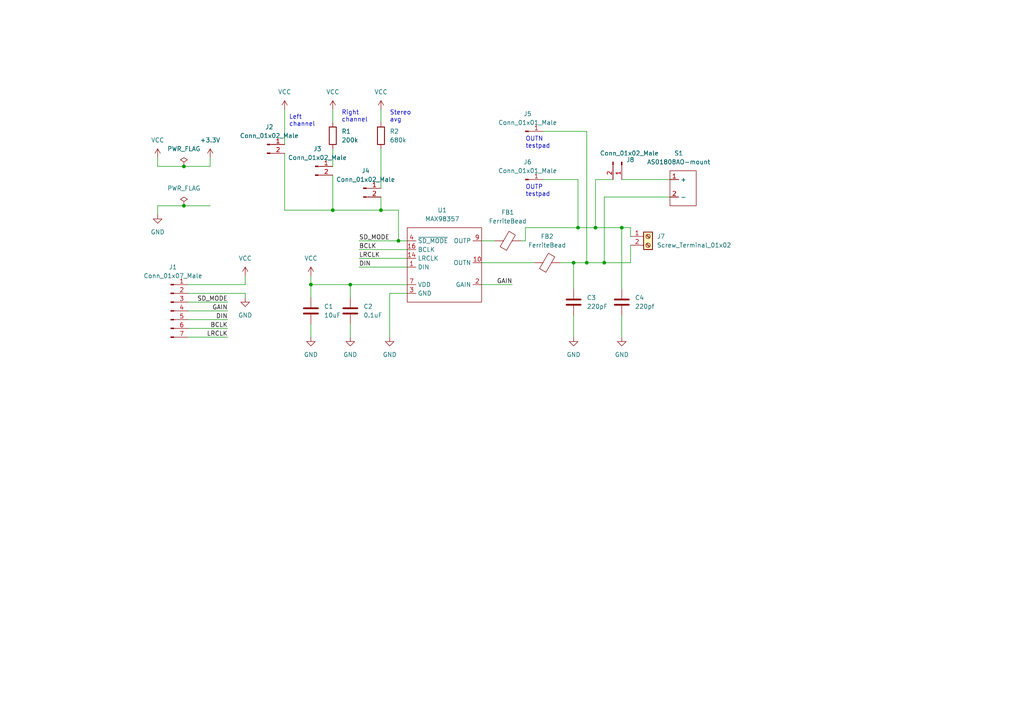
<source format=kicad_sch>
(kicad_sch (version 20230121) (generator eeschema)
  (paper "A4")
  (lib_symbols
    (symbol "Connector:Conn_01x01_Male" (pin_names (offset 1.016) hide)
      (property "Reference" "J" (at 0 2.54 0))
      (property "Value" "Conn_01x01_Male" (at 0 -2.54 0))
      (symbol "Conn_01x01_Male_1_1"
        (polyline (pts (xy 1.27 0) (xy 0.8636 0)) (stroke (width 0.1524)))
        (rectangle (start 0.8636 0.127) (end 0 -0.127) (stroke (width 0.1524)) (fill (type outline)))
        (pin passive line (at 5.08 0 180) (length 3.81) (name "Pin_1") (number "1"))
      )
    )
    (symbol "Connector:Conn_01x02_Male" (pin_names (offset 1.016) hide)
      (property "Reference" "J" (at 0 2.54 0))
      (property "Value" "Conn_01x02_Male" (at 0 -5.08 0))
      (symbol "Conn_01x02_Male_1_1"
        (polyline (pts (xy 1.27 -2.54) (xy 0.8636 -2.54)) (stroke (width 0.1524)))
        (polyline (pts (xy 1.27 0) (xy 0.8636 0)) (stroke (width 0.1524)))
        (rectangle (start 0.8636 -2.413) (end 0 -2.667) (stroke (width 0.1524)) (fill (type outline)))
        (rectangle (start 0.8636 0.127) (end 0 -0.127) (stroke (width 0.1524)) (fill (type outline)))
        (pin passive line (at 5.08 0 180) (length 3.81) (name "Pin_1") (number "1"))
        (pin passive line (at 5.08 -2.54 180) (length 3.81) (name "Pin_2") (number "2"))
      )
    )
    (symbol "Connector:Conn_01x07_Male" (pin_names (offset 1.016) hide)
      (property "Reference" "J" (at 0 10.16 0))
      (property "Value" "Conn_01x07_Male" (at 0 -10.16 0))
      (symbol "Conn_01x07_Male_1_1"
        (polyline (pts (xy 1.27 -7.62) (xy 0.8636 -7.62)) (stroke (width 0.1524)))
        (polyline (pts (xy 1.27 -5.08) (xy 0.8636 -5.08)) (stroke (width 0.1524)))
        (polyline (pts (xy 1.27 -2.54) (xy 0.8636 -2.54)) (stroke (width 0.1524)))
        (polyline (pts (xy 1.27 0) (xy 0.8636 0)) (stroke (width 0.1524)))
        (polyline (pts (xy 1.27 2.54) (xy 0.8636 2.54)) (stroke (width 0.1524)))
        (polyline (pts (xy 1.27 5.08) (xy 0.8636 5.08)) (stroke (width 0.1524)))
        (polyline (pts (xy 1.27 7.62) (xy 0.8636 7.62)) (stroke (width 0.1524)))
        (rectangle (start 0.8636 -7.493) (end 0 -7.747) (stroke (width 0.1524)) (fill (type outline)))
        (rectangle (start 0.8636 -4.953) (end 0 -5.207) (stroke (width 0.1524)) (fill (type outline)))
        (rectangle (start 0.8636 -2.413) (end 0 -2.667) (stroke (width 0.1524)) (fill (type outline)))
        (rectangle (start 0.8636 0.127) (end 0 -0.127) (stroke (width 0.1524)) (fill (type outline)))
        (rectangle (start 0.8636 2.667) (end 0 2.413) (stroke (width 0.1524)) (fill (type outline)))
        (rectangle (start 0.8636 5.207) (end 0 4.953) (stroke (width 0.1524)) (fill (type outline)))
        (rectangle (start 0.8636 7.747) (end 0 7.493) (stroke (width 0.1524)) (fill (type outline)))
        (pin passive line (at 5.08 7.62 180) (length 3.81) (name "Pin_1") (number "1"))
        (pin passive line (at 5.08 5.08 180) (length 3.81) (name "Pin_2") (number "2"))
        (pin passive line (at 5.08 2.54 180) (length 3.81) (name "Pin_3") (number "3"))
        (pin passive line (at 5.08 0 180) (length 3.81) (name "Pin_4") (number "4"))
        (pin passive line (at 5.08 -2.54 180) (length 3.81) (name "Pin_5") (number "5"))
        (pin passive line (at 5.08 -5.08 180) (length 3.81) (name "Pin_6") (number "6"))
        (pin passive line (at 5.08 -7.62 180) (length 3.81) (name "Pin_7") (number "7"))
      )
    )
    (symbol "Connector:Screw_Terminal_01x02" (pin_names (offset 1.016) hide)
      (property "Reference" "J" (at 0 2.54 0))
      (property "Value" "Screw_Terminal_01x02" (at 0 -5.08 0))
      (symbol "Screw_Terminal_01x02_1_1"
        (rectangle (start -1.27 1.27) (end 1.27 -3.81) (stroke (width 0.254)) (fill (type background)))
        (circle (center 0 -2.54) (radius 0.635) (stroke (width 0.1524)))
        (polyline (pts (xy -0.5334 -2.2098) (xy 0.3302 -3.048)) (stroke (width 0.1524)))
        (polyline (pts (xy -0.5334 0.3302) (xy 0.3302 -0.508)) (stroke (width 0.1524)))
        (polyline (pts (xy -0.3556 -2.032) (xy 0.508 -2.8702)) (stroke (width 0.1524)))
        (polyline (pts (xy -0.3556 0.508) (xy 0.508 -0.3302)) (stroke (width 0.1524)))
        (circle (center 0 0) (radius 0.635) (stroke (width 0.1524)))
        (pin passive line (at -5.08 0 0) (length 3.81) (name "Pin_1") (number "1"))
        (pin passive line (at -5.08 -2.54 0) (length 3.81) (name "Pin_2") (number "2"))
      )
    )
    (symbol "Device:C" (pin_numbers hide) (pin_names (offset 0.254))
      (property "Reference" "C" (at 0.635 2.54 0))
      (property "Value" "C" (at 0.635 -2.54 0))
      (symbol "C_0_1"
        (polyline (pts (xy -2.032 -0.762) (xy 2.032 -0.762)) (stroke (width 0.508)))
        (polyline (pts (xy -2.032 0.762) (xy 2.032 0.762)) (stroke (width 0.508)))
      )
      (symbol "C_1_1"
        (pin passive line (at 0 3.81 270) (length 2.794) (name "~") (number "1"))
        (pin passive line (at 0 -3.81 90) (length 2.794) (name "~") (number "2"))
      )
    )
    (symbol "Device:FerriteBead" (pin_numbers hide) (pin_names (offset 0))
      (property "Reference" "FB" (at -3.81 0.635 90))
      (property "Value" "FerriteBead" (at 3.81 0 90))
      (symbol "FerriteBead_0_1"
        (polyline (pts (xy 0 -1.27) (xy 0 -1.2192)))
        (polyline (pts (xy 0 1.27) (xy 0 1.2954)))
        (polyline (pts (xy -2.7686 0.4064) (xy -1.7018 2.2606) (xy 2.7686 -0.3048) (xy 1.6764 -2.159) (xy -2.7686 0.4064)))
      )
      (symbol "FerriteBead_1_1"
        (pin passive line (at 0 3.81 270) (length 2.54) (name "~") (number "1"))
        (pin passive line (at 0 -3.81 90) (length 2.54) (name "~") (number "2"))
      )
    )
    (symbol "Device:R" (pin_numbers hide) (pin_names (offset 0))
      (property "Reference" "R" (at 2.032 0 90))
      (property "Value" "R" (at 0 0 90))
      (symbol "R_0_1"
        (rectangle (start -1.016 -2.54) (end 1.016 2.54) (stroke (width 0.254)))
      )
      (symbol "R_1_1"
        (pin passive line (at 0 3.81 270) (length 1.27) (name "~") (number "1"))
        (pin passive line (at 0 -3.81 90) (length 1.27) (name "~") (number "2"))
      )
    )
    (symbol "power:+3.3V" (power) (pin_names (offset 0))
      (property "Value" "+3.3V" (at 0 3.556 0))
      (symbol "+3.3V_0_1"
        (polyline (pts (xy -0.762 1.27) (xy 0 2.54)))
        (polyline (pts (xy 0 0) (xy 0 2.54)))
        (polyline (pts (xy 0 2.54) (xy 0.762 1.27)))
      )
      (symbol "+3.3V_1_1"
        (pin power_in line (at 0 0 90) (length 0) hide (name "+3.3V") (number "1"))
      )
    )
    (symbol "power:GND" (power) (pin_names (offset 0))
      (property "Value" "GND" (at 0 -3.81 0))
      (symbol "GND_0_1"
        (polyline (pts (xy 0 0) (xy 0 -1.27) (xy 1.27 -1.27) (xy 0 -2.54) (xy -1.27 -1.27) (xy 0 -1.27)))
      )
      (symbol "GND_1_1"
        (pin power_in line (at 0 0 270) (length 0) hide (name "GND") (number "1"))
      )
    )
    (symbol "power:PWR_FLAG" (power) (pin_numbers hide) (pin_names (offset 0) hide)
      (property "Value" "PWR_FLAG" (at 0 3.81 0))
      (symbol "PWR_FLAG_0_0"
        (pin power_out line (at 0 0 90) (length 0) (name "pwr") (number "1"))
      )
      (symbol "PWR_FLAG_0_1"
        (polyline (pts (xy 0 0) (xy 0 1.27) (xy -1.016 1.905) (xy 0 2.54) (xy 1.016 1.905) (xy 0 1.27)))
      )
    )
    (symbol "power:VCC" (power) (pin_names (offset 0))
      (property "Value" "VCC" (at 0 3.81 0))
      (symbol "VCC_0_1"
        (polyline (pts (xy -0.762 1.27) (xy 0 2.54)))
        (polyline (pts (xy 0 0) (xy 0 2.54)))
        (polyline (pts (xy 0 2.54) (xy 0.762 1.27)))
      )
      (symbol "VCC_1_1"
        (pin power_in line (at 0 0 90) (length 0) hide (name "VCC") (number "1"))
      )
    )
    (symbol "project:AS01808AO-mount"
      (property "Reference" "S" (at 0 -6.35 0))
      (property "Value" "AS01808AO-mount" (at 0 -8.89 0))
      (symbol "AS01808AO-mount_0_1"
        (rectangle (start -3.81 5.08) (end 3.81 -5.08))
      )
      (symbol "AS01808AO-mount_1_1"
        (pin input line (at -3.81 2.54 0) (length 2.54) (name "+") (number "1"))
        (pin input line (at -3.81 -2.54 0) (length 2.54) (name "-") (number "2"))
      )
    )
    (symbol "project:MAX98357"
      (property "Reference" "U" (at -8.89 12.7 0))
      (property "Value" "MAX98357" (at -10.16 -12.7 0))
      (symbol "MAX98357_0_1"
        (rectangle (start -10.16 11.43) (end 11.43 -10.16))
      )
      (symbol "MAX98357_1_1"
        (pin input line (at -10.16 0 0) (length 2.54) (name "DIN") (number "1"))
        (pin output line (at 11.43 1.27 180) (length 2.54) (name "OUTN") (number "10"))
        (pin input line (at -10.16 2.54 0) (length 2.54) (name "LRCLK") (number "14"))
        (pin input line (at -10.16 5.08 0) (length 2.54) (name "BCLK") (number "16"))
        (pin input line (at 11.43 -5.08 180) (length 2.54) (name "GAIN") (number "2"))
        (pin power_in line (at -10.16 -7.62 0) (length 2.54) (name "GND") (number "3"))
        (pin input line (at -10.16 7.62 0) (length 2.54) (name "~{SD_MODE}") (number "4"))
        (pin power_in line (at -10.16 -5.08 0) (length 2.54) (name "VDD") (number "7"))
        (pin output line (at 11.43 7.62 180) (length 2.54) (name "OUTP") (number "9"))
      )
    )
  )
  (junction (at 53.34 59.69))
  (junction (at 166.37 76.2))
  (junction (at 90.17 82.55))
  (junction (at 115.57 69.85))
  (junction (at 175.26 76.2))
  (junction (at 172.72 66.04))
  (junction (at 96.52 60.96))
  (junction (at 101.6 82.55))
  (junction (at 170.18 76.2))
  (junction (at 167.64 66.04))
  (junction (at 180.34 66.04))
  (junction (at 110.49 60.96))
  (junction (at 53.34 48.26))
  (wire (pts (xy 157.48 52.07) (xy 167.64 52.07)))
  (wire (pts (xy 166.37 76.2) (xy 170.18 76.2)))
  (wire (pts (xy 115.57 69.85) (xy 118.11 69.85)))
  (wire (pts (xy 113.03 85.09) (xy 113.03 97.79)))
  (wire (pts (xy 104.14 77.47) (xy 118.11 77.47)))
  (wire (pts (xy 172.72 66.04) (xy 180.34 66.04)))
  (wire (pts (xy 152.4 66.04) (xy 152.4 69.85)))
  (wire (pts (xy 45.72 62.23) (xy 45.72 59.69)))
  (wire (pts (xy 101.6 93.98) (xy 101.6 97.79)))
  (wire (pts (xy 110.49 57.15) (xy 110.49 60.96)))
  (wire (pts (xy 139.7 82.55) (xy 148.59 82.55)))
  (wire (pts (xy 166.37 91.44) (xy 166.37 97.79)))
  (wire (pts (xy 180.34 66.04) (xy 180.34 83.82)))
  (wire (pts (xy 139.7 76.2) (xy 154.94 76.2)))
  (wire (pts (xy 182.88 66.04) (xy 182.88 68.58)))
  (wire (pts (xy 104.14 74.93) (xy 118.11 74.93)))
  (wire (pts (xy 167.64 52.07) (xy 167.64 66.04)))
  (wire (pts (xy 53.34 59.69) (xy 60.96 59.69)))
  (wire (pts (xy 104.14 72.39) (xy 118.11 72.39)))
  (wire (pts (xy 60.96 45.72) (xy 60.96 48.26)))
  (wire (pts (xy 82.55 31.75) (xy 82.55 41.91)))
  (wire (pts (xy 90.17 82.55) (xy 90.17 86.36)))
  (wire (pts (xy 90.17 82.55) (xy 101.6 82.55)))
  (wire (pts (xy 96.52 43.18) (xy 96.52 48.26)))
  (wire (pts (xy 45.72 59.69) (xy 53.34 59.69)))
  (wire (pts (xy 54.61 85.09) (xy 71.12 85.09)))
  (wire (pts (xy 90.17 93.98) (xy 90.17 97.79)))
  (wire (pts (xy 172.72 52.07) (xy 172.72 66.04)))
  (wire (pts (xy 157.48 38.1) (xy 170.18 38.1)))
  (wire (pts (xy 152.4 66.04) (xy 167.64 66.04)))
  (wire (pts (xy 110.49 43.18) (xy 110.49 54.61)))
  (wire (pts (xy 96.52 31.75) (xy 96.52 35.56)))
  (wire (pts (xy 54.61 92.71) (xy 66.04 92.71)))
  (wire (pts (xy 96.52 50.8) (xy 96.52 60.96)))
  (wire (pts (xy 104.14 69.85) (xy 115.57 69.85)))
  (wire (pts (xy 82.55 44.45) (xy 82.55 60.96)))
  (wire (pts (xy 101.6 82.55) (xy 118.11 82.55)))
  (wire (pts (xy 54.61 90.17) (xy 66.04 90.17)))
  (wire (pts (xy 118.11 85.09) (xy 113.03 85.09)))
  (wire (pts (xy 54.61 87.63) (xy 66.04 87.63)))
  (wire (pts (xy 54.61 95.25) (xy 66.04 95.25)))
  (wire (pts (xy 170.18 76.2) (xy 175.26 76.2)))
  (wire (pts (xy 162.56 76.2) (xy 166.37 76.2)))
  (wire (pts (xy 90.17 82.55) (xy 90.17 80.01)))
  (wire (pts (xy 54.61 82.55) (xy 71.12 82.55)))
  (wire (pts (xy 96.52 60.96) (xy 110.49 60.96)))
  (wire (pts (xy 82.55 60.96) (xy 96.52 60.96)))
  (wire (pts (xy 71.12 85.09) (xy 71.12 86.36)))
  (wire (pts (xy 180.34 52.07) (xy 194.31 52.07)))
  (wire (pts (xy 194.31 57.15) (xy 175.26 57.15)))
  (wire (pts (xy 54.61 97.79) (xy 66.04 97.79)))
  (wire (pts (xy 139.7 69.85) (xy 143.51 69.85)))
  (wire (pts (xy 71.12 80.01) (xy 71.12 82.55)))
  (wire (pts (xy 167.64 66.04) (xy 172.72 66.04)))
  (wire (pts (xy 110.49 60.96) (xy 115.57 60.96)))
  (wire (pts (xy 172.72 52.07) (xy 177.8 52.07)))
  (wire (pts (xy 115.57 60.96) (xy 115.57 69.85)))
  (wire (pts (xy 170.18 38.1) (xy 170.18 76.2)))
  (wire (pts (xy 101.6 82.55) (xy 101.6 86.36)))
  (wire (pts (xy 45.72 48.26) (xy 53.34 48.26)))
  (wire (pts (xy 110.49 31.75) (xy 110.49 35.56)))
  (wire (pts (xy 45.72 45.72) (xy 45.72 48.26)))
  (wire (pts (xy 152.4 69.85) (xy 151.13 69.85)))
  (wire (pts (xy 175.26 76.2) (xy 182.88 76.2)))
  (wire (pts (xy 180.34 91.44) (xy 180.34 97.79)))
  (wire (pts (xy 175.26 57.15) (xy 175.26 76.2)))
  (wire (pts (xy 53.34 48.26) (xy 60.96 48.26)))
  (wire (pts (xy 166.37 76.2) (xy 166.37 83.82)))
  (wire (pts (xy 180.34 66.04) (xy 182.88 66.04)))
  (wire (pts (xy 182.88 76.2) (xy 182.88 71.12)))
  (text "Right\nchannel" (at 99.06 35.56 0) (effects (font (size 1.27 1.27)) (justify left bottom)))
  (text "Left\nchannel" (at 83.82 36.83 0) (effects (font (size 1.27 1.27)) (justify left bottom)))
  (text "OUTP\ntestpad" (at 152.4 57.15 0) (effects (font (size 1.27 1.27)) (justify left bottom)))
  (text "OUTN\ntestpad" (at 152.4 43.18 0) (effects (font (size 1.27 1.27)) (justify left bottom)))
  (text "Stereo\navg" (at 113.03 35.56 0) (effects (font (size 1.27 1.27)) (justify left bottom)))
  (label "SD_MODE" (at 66.04 87.63 180))
  (label "BCLK" (at 104.14 72.39 0))
  (label "DIN" (at 104.14 77.47 0))
  (label "BCLK" (at 66.04 95.25 180))
  (label "GAIN" (at 66.04 90.17 180))
  (label "LRCLK" (at 104.14 74.93 0))
  (label "SD_MODE" (at 104.14 69.85 0))
  (label "LRCLK" (at 66.04 97.79 180))
  (label "GAIN" (at 148.59 82.55 180))
  (label "DIN" (at 66.04 92.71 180))
  (symbol (lib_id "power:PWR_FLAG") (at 53.34 48.26 0) (unit 1)
    (property "Reference" "#FLG0101" (effects hide))
    (property "Value" "PWR_FLAG" (at 53.34 43.18 0))
  )
  (symbol (lib_id "power:GND") (at 71.12 86.36 0) (unit 1)
    (property "Reference" "#PWR02" (effects hide))
    (property "Value" "GND" (at 71.12 91.44 0))
  )
  (symbol (lib_id "Connector:Conn_01x07_Male") (at 49.53 90.17 0) (unit 1)
    (property "Reference" "J1" (at 50.165 77.47 0))
    (property "Value" "Conn_01x07_Male" (at 50.165 80.01 0))
    (property "Footprint" "Connector_PinHeader_2.54mm:PinHeader_1x07_P2.54mm_Vertical" (effects hide))
  )
  (symbol (lib_id "power:GND") (at 101.6 97.79 0) (unit 1)
    (property "Reference" "#PWR07" (effects hide))
    (property "Value" "GND" (at 101.6 102.87 0))
  )
  (symbol (lib_id "Device:FerriteBead") (at 158.75 76.2 90) (unit 1)
    (property "Reference" "FB2" (at 158.6992 68.58 90))
    (property "Value" "FerriteBead" (at 158.6992 71.12 90))
    (property "Footprint" "Resistor_SMD:R_0603_1608Metric" (effects hide))
  )
  (symbol (lib_id "power:VCC") (at 82.55 31.75 0) (unit 1)
    (property "Reference" "#PWR03" (effects hide))
    (property "Value" "VCC" (at 82.55 26.67 0))
  )
  (symbol (lib_id "Connector:Conn_01x02_Male") (at 180.34 46.99 270) (unit 1)
    (property "Reference" "J8" (at 181.61 46.3549 90) (effects (justify left)))
    (property "Value" "Conn_01x02_Male" (at 173.99 44.45 90) (effects (justify left)))
    (property "Footprint" "Connector_PinHeader_2.54mm:PinHeader_1x02_P2.54mm_Vertical" (effects hide))
  )
  (symbol (lib_id "power:GND") (at 45.72 62.23 0) (unit 1)
    (property "Reference" "#PWR0103" (effects hide))
    (property "Value" "GND" (at 45.72 67.31 0))
  )
  (symbol (lib_id "Device:FerriteBead") (at 147.32 69.85 90) (unit 1)
    (property "Reference" "FB1" (at 147.2692 61.595 90))
    (property "Value" "FerriteBead" (at 147.2692 64.135 90))
    (property "Footprint" "Resistor_SMD:R_0603_1608Metric" (effects hide))
  )
  (symbol (lib_id "power:PWR_FLAG") (at 53.34 59.69 0) (unit 1)
    (property "Reference" "#FLG0102" (effects hide))
    (property "Value" "PWR_FLAG" (at 53.34 54.61 0))
  )
  (symbol (lib_id "Connector:Screw_Terminal_01x02") (at 187.96 68.58 0) (unit 1)
    (property "Reference" "J7" (at 190.5 68.5799 0) (effects (justify left)))
    (property "Value" "Screw_Terminal_01x02" (at 190.5 71.1199 0) (effects (justify left)))
    (property "Footprint" "TerminalBlock_Phoenix:TerminalBlock_Phoenix_PT-1,5-2-3.5-H_1x02_P3.50mm_Horizontal" (effects hide))
  )
  (symbol (lib_id "Connector:Conn_01x01_Male") (at 152.4 38.1 0) (unit 1)
    (property "Reference" "J5" (at 153.035 33.02 0))
    (property "Value" "Conn_01x01_Male" (at 153.035 35.56 0))
    (property "Footprint" "Connector_PinHeader_2.54mm:PinHeader_1x01_P2.54mm_Vertical" (effects hide))
  )
  (symbol (lib_id "power:VCC") (at 90.17 80.01 0) (unit 1)
    (property "Reference" "#PWR04" (effects hide))
    (property "Value" "VCC" (at 90.17 74.93 0))
  )
  (symbol (lib_id "power:VCC") (at 110.49 31.75 0) (unit 1)
    (property "Reference" "#PWR08" (effects hide))
    (property "Value" "VCC" (at 110.49 26.67 0))
  )
  (symbol (lib_id "power:VCC") (at 71.12 80.01 0) (unit 1)
    (property "Reference" "#PWR01" (effects hide))
    (property "Value" "VCC" (at 71.12 74.93 0))
  )
  (symbol (lib_id "project:AS01808AO-mount") (at 198.12 54.61 0) (unit 1)
    (property "Reference" "S1" (at 196.85 44.45 0))
    (property "Value" "AS01808AO-mount" (at 196.85 46.99 0))
    (property "Footprint" "project:AS01808AO-mount" (effects hide))
  )
  (symbol (lib_id "Connector:Conn_01x02_Male") (at 105.41 54.61 0) (unit 1)
    (property "Reference" "J4" (at 106.045 49.53 0))
    (property "Value" "Conn_01x02_Male" (at 106.045 52.07 0))
    (property "Footprint" "Connector_PinHeader_2.54mm:PinHeader_1x02_P2.54mm_Vertical" (effects hide))
  )
  (symbol (lib_id "power:+3.3V") (at 60.96 45.72 0) (unit 1)
    (property "Reference" "#PWR0101" (effects hide))
    (property "Value" "+3.3V" (at 60.96 40.64 0))
  )
  (symbol (lib_id "power:GND") (at 113.03 97.79 0) (unit 1)
    (property "Reference" "#PWR09" (effects hide))
    (property "Value" "GND" (at 113.03 102.87 0))
  )
  (symbol (lib_id "power:VCC") (at 96.52 31.75 0) (unit 1)
    (property "Reference" "#PWR06" (effects hide))
    (property "Value" "VCC" (at 96.52 26.67 0))
  )
  (symbol (lib_id "power:GND") (at 166.37 97.79 0) (unit 1)
    (property "Reference" "#PWR010" (effects hide))
    (property "Value" "GND" (at 166.37 102.87 0))
  )
  (symbol (lib_id "power:GND") (at 90.17 97.79 0) (unit 1)
    (property "Reference" "#PWR05" (effects hide))
    (property "Value" "GND" (at 90.17 102.87 0))
  )
  (symbol (lib_id "power:GND") (at 180.34 97.79 0) (unit 1)
    (property "Reference" "#PWR011" (effects hide))
    (property "Value" "GND" (at 180.34 102.87 0))
  )
  (symbol (lib_id "Connector:Conn_01x02_Male") (at 91.44 48.26 0) (unit 1)
    (property "Reference" "J3" (at 92.075 43.18 0))
    (property "Value" "Conn_01x02_Male" (at 92.075 45.72 0))
    (property "Footprint" "Connector_PinHeader_2.54mm:PinHeader_1x02_P2.54mm_Vertical" (effects hide))
  )
  (symbol (lib_id "Device:C") (at 166.37 87.63 0) (unit 1)
    (property "Reference" "C3" (at 170.18 86.3599 0) (effects (justify left)))
    (property "Value" "220pF" (at 170.18 88.8999 0) (effects (justify left)))
    (property "Footprint" "Capacitor_SMD:C_0603_1608Metric" (effects hide))
  )
  (symbol (lib_id "Device:R") (at 110.49 39.37 0) (unit 1)
    (property "Reference" "R2" (at 113.03 38.0999 0) (effects (justify left)))
    (property "Value" "680k" (at 113.03 40.6399 0) (effects (justify left)))
    (property "Footprint" "Resistor_SMD:R_0603_1608Metric" (effects hide))
  )
  (symbol (lib_id "Device:C") (at 90.17 90.17 0) (unit 1)
    (property "Reference" "C1" (at 93.98 88.8999 0) (effects (justify left)))
    (property "Value" "10uF" (at 93.98 91.4399 0) (effects (justify left)))
    (property "Footprint" "Capacitor_SMD:C_0603_1608Metric" (effects hide))
  )
  (symbol (lib_id "Device:C") (at 180.34 87.63 0) (unit 1)
    (property "Reference" "C4" (at 184.15 86.3599 0) (effects (justify left)))
    (property "Value" "220pf" (at 184.15 88.8999 0) (effects (justify left)))
    (property "Footprint" "Capacitor_SMD:C_0603_1608Metric" (effects hide))
  )
  (symbol (lib_id "power:VCC") (at 45.72 45.72 0) (unit 1)
    (property "Reference" "#PWR0102" (effects hide))
    (property "Value" "VCC" (at 45.72 40.64 0))
  )
  (symbol (lib_id "Connector:Conn_01x01_Male") (at 152.4 52.07 0) (unit 1)
    (property "Reference" "J6" (at 153.035 46.99 0))
    (property "Value" "Conn_01x01_Male" (at 153.035 49.53 0))
    (property "Footprint" "Connector_PinHeader_2.54mm:PinHeader_1x01_P2.54mm_Vertical" (effects hide))
  )
  (symbol (lib_id "Device:R") (at 96.52 39.37 0) (unit 1)
    (property "Reference" "R1" (at 99.06 38.0999 0) (effects (justify left)))
    (property "Value" "200k" (at 99.06 40.6399 0) (effects (justify left)))
    (property "Footprint" "Resistor_SMD:R_0603_1608Metric" (effects hide))
  )
  (symbol (lib_id "Connector:Conn_01x02_Male") (at 77.47 41.91 0) (unit 1)
    (property "Reference" "J2" (at 78.105 36.83 0))
    (property "Value" "Conn_01x02_Male" (at 78.105 39.37 0))
    (property "Footprint" "Connector_PinHeader_2.54mm:PinHeader_1x02_P2.54mm_Vertical" (effects hide))
  )
  (symbol (lib_id "Device:C") (at 101.6 90.17 0) (unit 1)
    (property "Reference" "C2" (at 105.41 88.8999 0) (effects (justify left)))
    (property "Value" "0.1uF" (at 105.41 91.4399 0) (effects (justify left)))
    (property "Footprint" "Capacitor_SMD:C_0603_1608Metric" (effects hide))
  )
  (symbol (lib_id "project:MAX98357") (at 128.27 77.47 0) (unit 1)
    (property "Reference" "U1" (at 128.27 60.96 0))
    (property "Value" "MAX98357" (at 128.27 63.5 0))
    (property "Footprint" "project:MAX98357-TQFN16-T1633+4" (effects hide))
  )
)
</source>
